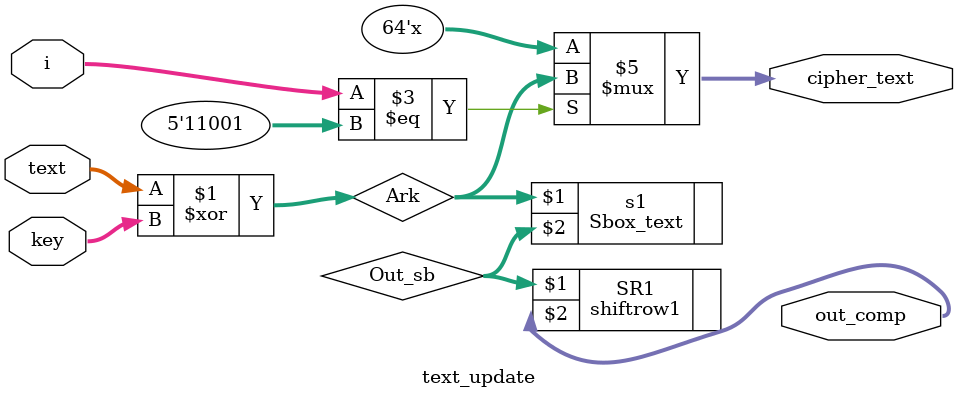
<source format=v>
 module text_update (input [63:0]text,input[63:0]key,input[4:0]i,
           output[63:0]out_comp,output reg[63:0]cipher_text
		);

wire [63:0] Ark;
wire [63:0] Out_sb;

assign Ark = text ^key;
always @(*) begin
if (i==5'b11001) begin
cipher_text[63:0] = Ark[63:0];

end

end
Sbox_text s1 (Ark ,Out_sb);

shiftrow1 SR1 (Out_sb, out_comp);

endmodule

</source>
